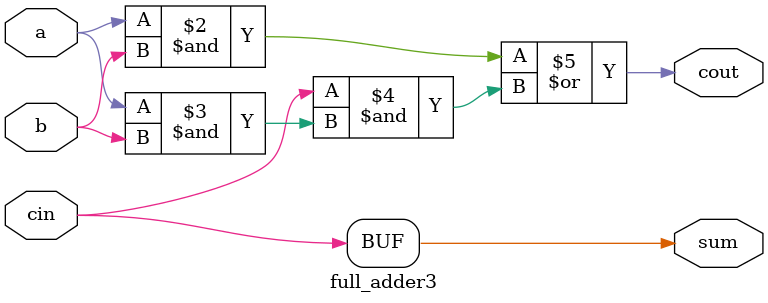
<source format=v>
module full_adder3(a,b,cin,sum,cout);
input a,b,cin;
output sum,cout;
assign sum = 1'b0^cin;
assign cout = a&b|cin&(a&b); 
// initial begin
//     $display("The incorrect adder with xor0 and xor1 having out/0 and in1/0");
// end   
endmodule
</source>
